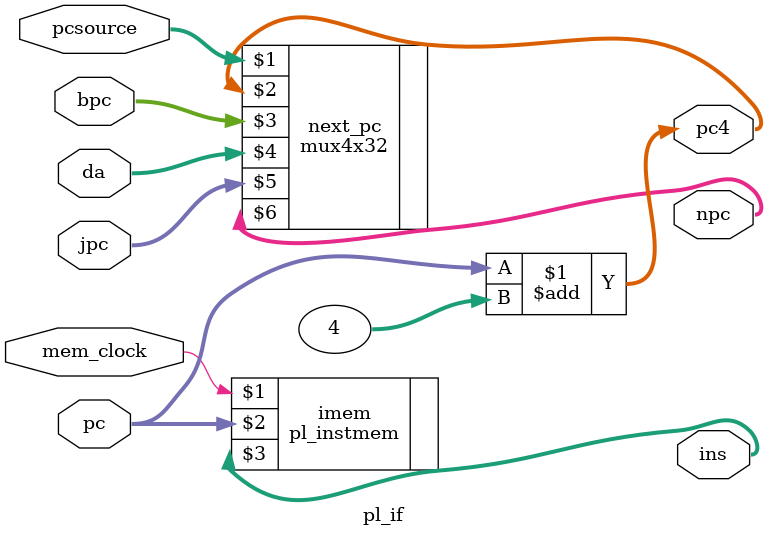
<source format=v>
module pl_if (mem_clock, 
		      pcsource, pc, bpc, da, jpc, 
		      npc, pc4, ins);
	input mem_clock;
	input [1:0] pcsource;
	input [31:0] pc, bpc, da, jpc;
	output [31:0] npc, pc4, ins;

	assign pc4 = pc + 32'h4;

	mux4x32 next_pc (pcsource, pc4, bpc, da, jpc, npc);
	//00 pc4
	//01 branch pc
	//10 jr
	//11 j jal

	pl_instmem imem (mem_clock, pc, ins);

endmodule
</source>
